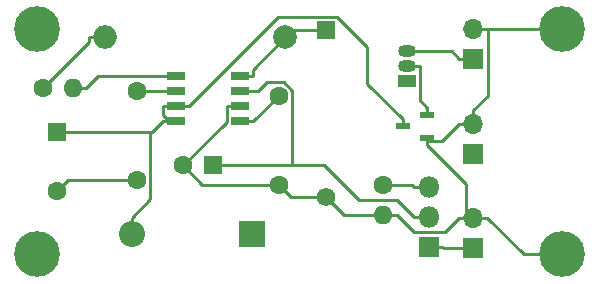
<source format=gbr>
%TF.GenerationSoftware,KiCad,Pcbnew,(6.0.0)*%
%TF.CreationDate,2022-02-19T14:37:59-08:00*%
%TF.ProjectId,RTCMemoryVoltageSourceAndBattery,5254434d-656d-46f7-9279-566f6c746167,rev?*%
%TF.SameCoordinates,Original*%
%TF.FileFunction,Copper,L1,Top*%
%TF.FilePolarity,Positive*%
%FSLAX46Y46*%
G04 Gerber Fmt 4.6, Leading zero omitted, Abs format (unit mm)*
G04 Created by KiCad (PCBNEW (6.0.0)) date 2022-02-19 14:37:59*
%MOMM*%
%LPD*%
G01*
G04 APERTURE LIST*
%TA.AperFunction,ComponentPad*%
%ADD10R,1.700000X1.700000*%
%TD*%
%TA.AperFunction,ComponentPad*%
%ADD11O,1.700000X1.700000*%
%TD*%
%TA.AperFunction,SMDPad,CuDef*%
%ADD12R,1.250000X0.600000*%
%TD*%
%TA.AperFunction,ComponentPad*%
%ADD13R,1.500000X1.050000*%
%TD*%
%TA.AperFunction,ComponentPad*%
%ADD14O,1.500000X1.050000*%
%TD*%
%TA.AperFunction,ComponentPad*%
%ADD15R,2.200000X2.200000*%
%TD*%
%TA.AperFunction,ComponentPad*%
%ADD16O,2.200000X2.200000*%
%TD*%
%TA.AperFunction,ComponentPad*%
%ADD17R,1.800000X1.800000*%
%TD*%
%TA.AperFunction,ComponentPad*%
%ADD18O,1.800000X1.800000*%
%TD*%
%TA.AperFunction,ComponentPad*%
%ADD19R,1.600000X1.600000*%
%TD*%
%TA.AperFunction,ComponentPad*%
%ADD20C,1.600000*%
%TD*%
%TA.AperFunction,SMDPad,CuDef*%
%ADD21R,1.528000X0.650000*%
%TD*%
%TA.AperFunction,ComponentPad*%
%ADD22O,1.600000X1.600000*%
%TD*%
%TA.AperFunction,ComponentPad*%
%ADD23C,2.000000*%
%TD*%
%TA.AperFunction,ComponentPad*%
%ADD24O,2.000000X2.000000*%
%TD*%
%TA.AperFunction,ComponentPad*%
%ADD25R,1.575000X1.575000*%
%TD*%
%TA.AperFunction,ComponentPad*%
%ADD26C,1.575000*%
%TD*%
%TA.AperFunction,ViaPad*%
%ADD27C,3.873600*%
%TD*%
%TA.AperFunction,Conductor*%
%ADD28C,0.250000*%
%TD*%
G04 APERTURE END LIST*
D10*
%TO.P,J3,1,Pin_1*%
%TO.N,Net-(D2-Pad1)*%
X141706400Y-81854500D03*
D11*
%TO.P,J3,2,Pin_2*%
%TO.N,GND*%
X141706400Y-79314500D03*
%TD*%
D12*
%TO.P,IC2,1,GND*%
%TO.N,GND*%
X137809100Y-88546600D03*
%TO.P,IC2,2,~{RESET}*%
%TO.N,Net-(IC2-Pad2)*%
X137809100Y-86646600D03*
%TO.P,IC2,3,VCC*%
%TO.N,+3.3VP*%
X135709100Y-87596600D03*
%TD*%
D10*
%TO.P,J1,1,Pin_1*%
%TO.N,Net-(Q1-Pad1)*%
X141706400Y-97848800D03*
D11*
%TO.P,J1,2,Pin_2*%
%TO.N,GND*%
X141706400Y-95308800D03*
%TD*%
D13*
%TO.P,Q2,1,D*%
%TO.N,Net-(J2-Pad1)*%
X136104200Y-83760100D03*
D14*
%TO.P,Q2,2,G*%
%TO.N,Net-(IC2-Pad2)*%
X136104200Y-82490100D03*
%TO.P,Q2,3,S*%
%TO.N,Net-(D2-Pad1)*%
X136104200Y-81220100D03*
%TD*%
D15*
%TO.P,D2,1,K*%
%TO.N,Net-(D2-Pad1)*%
X122961900Y-96734700D03*
D16*
%TO.P,D2,2,A*%
%TO.N,+3.3VP*%
X112801900Y-96734700D03*
%TD*%
D17*
%TO.P,Q1,1,E*%
%TO.N,Net-(Q1-Pad1)*%
X137934200Y-97831900D03*
D18*
%TO.P,Q1,2,C*%
%TO.N,+VDC*%
X137934200Y-95291900D03*
%TO.P,Q1,3,B*%
%TO.N,Net-(Q1-Pad3)*%
X137934200Y-92751900D03*
%TD*%
D19*
%TO.P,C4,1*%
%TO.N,+3.3VP*%
X106466300Y-88076400D03*
D20*
%TO.P,C4,2*%
%TO.N,GND*%
X106466300Y-93076400D03*
%TD*%
D21*
%TO.P,IC1,1,ERROR_FLAG*%
%TO.N,Net-(IC1-Pad1)*%
X116507100Y-83363200D03*
%TO.P,IC1,2,DELAY*%
%TO.N,Net-(C1-Pad1)*%
X116507100Y-84633200D03*
%TO.P,IC1,3,BIAS_SUPPLY*%
%TO.N,+3.3VP*%
X116507100Y-85903200D03*
%TO.P,IC1,4,FEEDBACK*%
X116507100Y-87173200D03*
%TO.P,IC1,5,~{SHUTDOWN}/SOFT-START*%
%TO.N,Net-(C2-Pad1)*%
X121929100Y-87173200D03*
%TO.P,IC1,6,GROUND*%
%TO.N,GND*%
X121929100Y-85903200D03*
%TO.P,IC1,7,+VIN*%
%TO.N,+VDC*%
X121929100Y-84633200D03*
%TO.P,IC1,8,OUTPUT*%
%TO.N,Net-(D1-Pad1)*%
X121929100Y-83363200D03*
%TD*%
D20*
%TO.P,R1,1*%
%TO.N,Net-(Q1-Pad3)*%
X134075000Y-92552000D03*
D22*
%TO.P,R1,2*%
%TO.N,GND*%
X134075000Y-95092000D03*
%TD*%
D20*
%TO.P,R2,1*%
%TO.N,+3.3VP*%
X105259100Y-84380500D03*
D22*
%TO.P,R2,2*%
%TO.N,Net-(IC1-Pad1)*%
X107799100Y-84380500D03*
%TD*%
D19*
%TO.P,C3,1*%
%TO.N,+VDC*%
X119621500Y-90900100D03*
D20*
%TO.P,C3,2*%
%TO.N,GND*%
X117121500Y-90900100D03*
%TD*%
D10*
%TO.P,J2,1,Pin_1*%
%TO.N,Net-(J2-Pad1)*%
X141706400Y-89931100D03*
D11*
%TO.P,J2,2,Pin_2*%
%TO.N,GND*%
X141706400Y-87391100D03*
%TD*%
D23*
%TO.P,L1,1,1*%
%TO.N,Net-(D1-Pad1)*%
X125753300Y-80050000D03*
D24*
%TO.P,L1,2,2*%
%TO.N,+3.3VP*%
X110513300Y-80050000D03*
%TD*%
D25*
%TO.P,D1,1*%
%TO.N,Net-(D1-Pad1)*%
X129190900Y-79439400D03*
D26*
%TO.P,D1,2*%
%TO.N,GND*%
X129190900Y-93539400D03*
%TD*%
D20*
%TO.P,C2,1*%
%TO.N,Net-(C2-Pad1)*%
X125211500Y-85019000D03*
%TO.P,C2,2*%
%TO.N,GND*%
X125211500Y-92519000D03*
%TD*%
%TO.P,C1,1*%
%TO.N,Net-(C1-Pad1)*%
X113204800Y-84633000D03*
%TO.P,C1,2*%
%TO.N,GND*%
X113204800Y-92133000D03*
%TD*%
D27*
%TO.N,GND*%
X149225000Y-98425000D03*
X104775000Y-98425000D03*
X104775000Y-79375000D03*
X149225000Y-79375000D03*
%TD*%
D28*
%TO.N,Net-(C1-Pad1)*%
X115417600Y-84633000D02*
X115417800Y-84633200D01*
X116507100Y-84633200D02*
X115417800Y-84633200D01*
X113204800Y-84633000D02*
X115417600Y-84633000D01*
%TO.N,GND*%
X118740400Y-92519000D02*
X117121500Y-90900100D01*
X126231900Y-93539400D02*
X125211500Y-92519000D01*
X130743500Y-95092000D02*
X129190900Y-93539400D01*
X141118800Y-95308800D02*
X141118800Y-92481600D01*
X120839800Y-87181800D02*
X117121500Y-90900100D01*
X113204800Y-92133000D02*
X107409700Y-92133000D01*
X142942200Y-79375000D02*
X142881700Y-79314500D01*
X134075000Y-95092000D02*
X135200300Y-95092000D01*
X141706400Y-79314500D02*
X142881700Y-79314500D01*
X142942200Y-84980000D02*
X142942200Y-79375000D01*
X107409700Y-92133000D02*
X106466300Y-93076400D01*
X141706400Y-95308800D02*
X141118800Y-95308800D01*
X125211500Y-92519000D02*
X118740400Y-92519000D01*
X141706400Y-95308800D02*
X142881700Y-95308800D01*
X137809100Y-88859200D02*
X137809100Y-89171900D01*
X141706400Y-86215800D02*
X142942200Y-84980000D01*
X141706400Y-87391100D02*
X140531100Y-87391100D01*
X140531100Y-95308800D02*
X139287400Y-96552500D01*
X149225000Y-98425000D02*
X145997900Y-98425000D01*
X141118800Y-92481600D02*
X137809100Y-89171900D01*
X139287400Y-96552500D02*
X136660800Y-96552500D01*
X141118800Y-95308800D02*
X140531100Y-95308800D01*
X120839800Y-85903200D02*
X120839800Y-87181800D01*
X121929100Y-85903200D02*
X120839800Y-85903200D01*
X139063000Y-88859200D02*
X140531100Y-87391100D01*
X149225000Y-79375000D02*
X142942200Y-79375000D01*
X137809100Y-88546600D02*
X137809100Y-88859200D01*
X134075000Y-95092000D02*
X130743500Y-95092000D01*
X137809100Y-88859200D02*
X139063000Y-88859200D01*
X145997900Y-98425000D02*
X142881700Y-95308800D01*
X141706400Y-87391100D02*
X141706400Y-86215800D01*
X129190900Y-93539400D02*
X126231900Y-93539400D01*
X136660800Y-96552500D02*
X135200300Y-95092000D01*
%TO.N,Net-(C2-Pad1)*%
X125211500Y-85019000D02*
X123057300Y-87173200D01*
X123057300Y-87173200D02*
X121929100Y-87173200D01*
%TO.N,+VDC*%
X137934200Y-95291900D02*
X136708900Y-95291900D01*
X126373400Y-90835000D02*
X129048000Y-90835000D01*
X126373400Y-90835000D02*
X126373400Y-84588600D01*
X135239000Y-93822000D02*
X136708900Y-95291900D01*
X125649600Y-83864800D02*
X124234900Y-83864800D01*
X120746800Y-90900100D02*
X120811900Y-90835000D01*
X123466500Y-84633200D02*
X121929100Y-84633200D01*
X119621500Y-90900100D02*
X120746800Y-90900100D01*
X132035000Y-93822000D02*
X135239000Y-93822000D01*
X129048000Y-90835000D02*
X132035000Y-93822000D01*
X124234900Y-83864800D02*
X123466500Y-84633200D01*
X120811900Y-90835000D02*
X126373400Y-90835000D01*
X126373400Y-84588600D02*
X125649600Y-83864800D01*
%TO.N,+3.3VP*%
X132723000Y-83985200D02*
X135709100Y-86971300D01*
X107591600Y-88076400D02*
X114352100Y-88076400D01*
X116507100Y-85903200D02*
X115417800Y-85903200D01*
X130136700Y-78307100D02*
X132723000Y-80893400D01*
X116507100Y-87173200D02*
X115962500Y-87173200D01*
X112801900Y-96734700D02*
X112801900Y-95309400D01*
X115417800Y-86628500D02*
X115417800Y-85903200D01*
X110513300Y-80050000D02*
X109188000Y-80050000D01*
X116507100Y-85903200D02*
X117596400Y-85903200D01*
X109188000Y-80451600D02*
X105259100Y-84380500D01*
X106466300Y-88076400D02*
X107591600Y-88076400D01*
X114352100Y-88076400D02*
X114514600Y-88076400D01*
X115962500Y-87173200D02*
X115417800Y-87173200D01*
X132723000Y-80893400D02*
X132723000Y-83985200D01*
X114514600Y-88076400D02*
X115417800Y-87173200D01*
X115962500Y-87173200D02*
X115417800Y-86628500D01*
X125192500Y-78307100D02*
X130136700Y-78307100D01*
X135709100Y-87596600D02*
X135709100Y-86971300D01*
X117596400Y-85903200D02*
X125192500Y-78307100D01*
X109188000Y-80050000D02*
X109188000Y-80451600D01*
X114352100Y-88076400D02*
X114352100Y-93759200D01*
X114352100Y-93759200D02*
X112801900Y-95309400D01*
%TO.N,Net-(D1-Pad1)*%
X123018400Y-82784900D02*
X123018400Y-83363200D01*
X129190900Y-79439400D02*
X126363900Y-79439400D01*
X121929100Y-83363200D02*
X123018400Y-83363200D01*
X126363900Y-79439400D02*
X125753300Y-80050000D01*
X125753300Y-80050000D02*
X123018400Y-82784900D01*
%TO.N,Net-(D2-Pad1)*%
X141706400Y-81854500D02*
X140531100Y-81854500D01*
X136104200Y-81220100D02*
X139896700Y-81220100D01*
X139896700Y-81220100D02*
X140531100Y-81854500D01*
%TO.N,Net-(IC1-Pad1)*%
X108924400Y-84380500D02*
X109941700Y-83363200D01*
X109941700Y-83363200D02*
X116507100Y-83363200D01*
X107799100Y-84380500D02*
X108924400Y-84380500D01*
%TO.N,Net-(IC2-Pad2)*%
X137179500Y-82490100D02*
X137179500Y-85391700D01*
X137179500Y-85391700D02*
X137809100Y-86021300D01*
X137809100Y-86646600D02*
X137809100Y-86021300D01*
X136104200Y-82490100D02*
X137179500Y-82490100D01*
%TO.N,Net-(Q1-Pad1)*%
X139159500Y-97831900D02*
X139176400Y-97848800D01*
X137934200Y-97831900D02*
X139159500Y-97831900D01*
X139176400Y-97848800D02*
X141706400Y-97848800D01*
%TO.N,Net-(Q1-Pad3)*%
X137934200Y-92751900D02*
X136708900Y-92751900D01*
X134075000Y-92552000D02*
X136509000Y-92552000D01*
X136509000Y-92552000D02*
X136708900Y-92751900D01*
%TD*%
M02*

</source>
